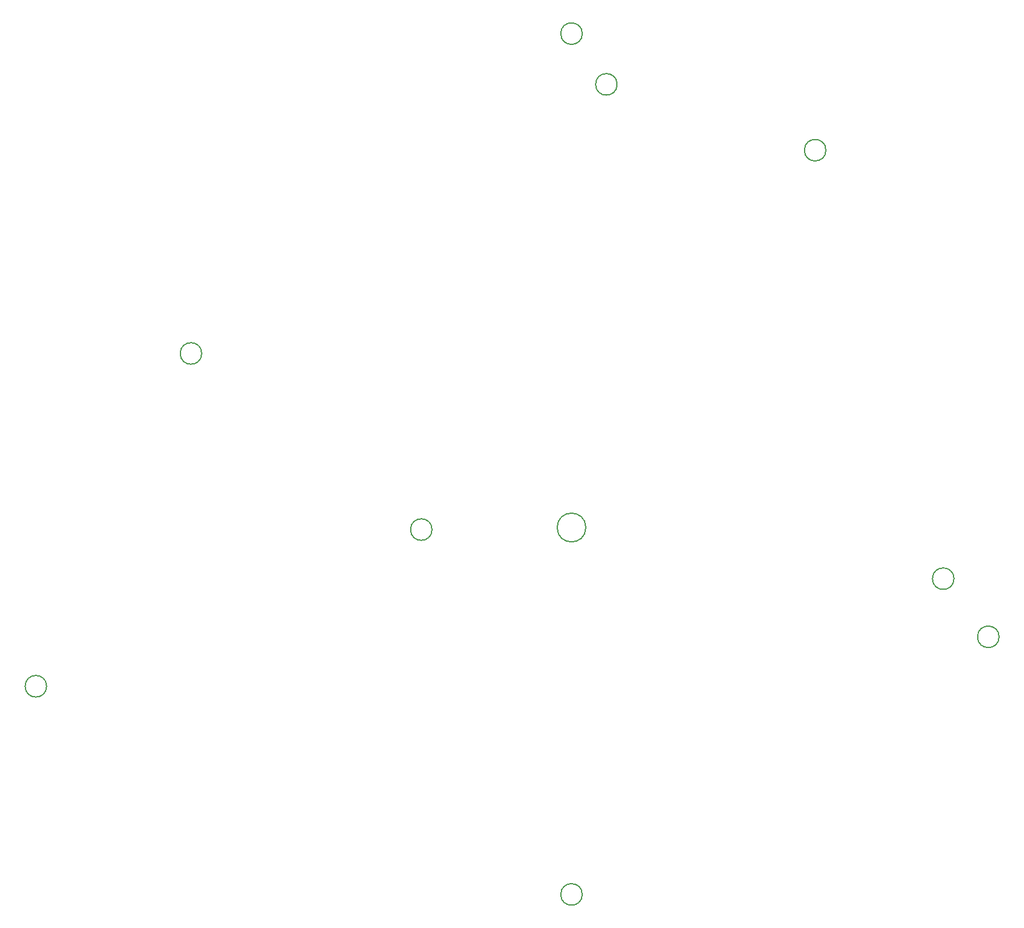
<source format=gbr>
%TF.GenerationSoftware,KiCad,Pcbnew,7.0.9-rc1*%
%TF.CreationDate,2023-11-05T19:21:47+02:00*%
%TF.ProjectId,projectA,70726f6a-6563-4744-912e-6b696361645f,rev?*%
%TF.SameCoordinates,PX5e5c173PY6474d3b*%
%TF.FileFunction,Other,User*%
%FSLAX46Y46*%
G04 Gerber Fmt 4.6, Leading zero omitted, Abs format (unit mm)*
G04 Created by KiCad (PCBNEW 7.0.9-rc1) date 2023-11-05 19:21:47*
%MOMM*%
%LPD*%
G01*
G04 APERTURE LIST*
%ADD10C,0.200000*%
G04 APERTURE END LIST*
D10*
X1500083Y68852933D02*
G75*
G03*
X1500083Y68852933I-1500000J0D01*
G01*
X-51516488Y24265675D02*
G75*
G03*
X-51516488Y24265675I-1500000J0D01*
G01*
X-73124014Y-22128174D02*
G75*
G03*
X-73124014Y-22128174I-1500000J0D01*
G01*
X6357895Y61779748D02*
G75*
G03*
X6357895Y61779748I-1500000J0D01*
G01*
X35444455Y52601916D02*
G75*
G03*
X35444455Y52601916I-1500000J0D01*
G01*
X-19429397Y-286285D02*
G75*
G03*
X-19429397Y-286285I-1500000J0D01*
G01*
X2000000Y0D02*
G75*
G03*
X2000000Y0I-2000000J0D01*
G01*
X53284740Y-7130063D02*
G75*
G03*
X53284740Y-7130063I-1500000J0D01*
G01*
X59565554Y-15237217D02*
G75*
G03*
X59565554Y-15237217I-1500000J0D01*
G01*
X1500000Y-51149999D02*
G75*
G03*
X1500000Y-51149999I-1500000J0D01*
G01*
M02*

</source>
